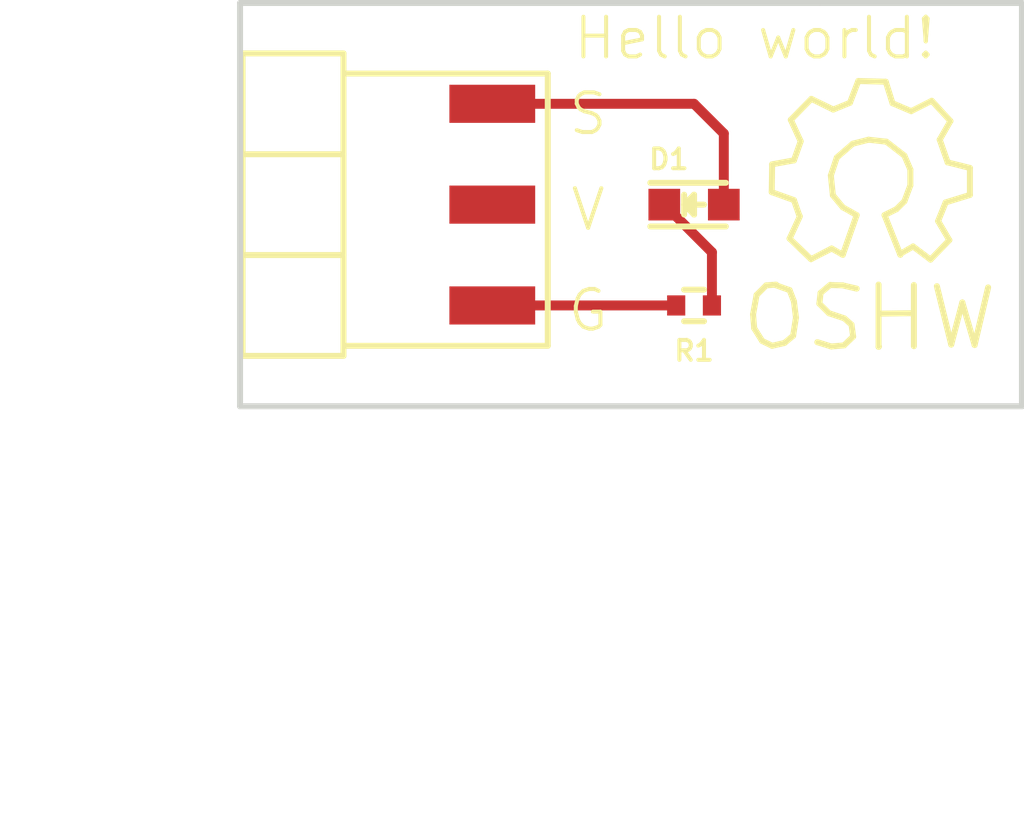
<source format=kicad_pcb>
(kicad_pcb (version 4) (host pcbnew 4.0.2+e4-6225~38~ubuntu16.04.1-stable)

  (general
    (links 3)
    (no_connects 0)
    (area 102.794999 79.299999 122.630001 89.610001)
    (thickness 1.6)
    (drawings 10)
    (tracks 6)
    (zones 0)
    (modules 5)
    (nets 5)
  )

  (page A4)
  (title_block
    (title Test-led)
    (date 2016-06-24)
    (company "Obijuan academy")
    (comment 1 "Hello world board")
  )

  (layers
    (0 F.Cu signal)
    (31 B.Cu signal)
    (32 B.Adhes user)
    (33 F.Adhes user)
    (34 B.Paste user)
    (35 F.Paste user)
    (36 B.SilkS user)
    (37 F.SilkS user)
    (38 B.Mask user)
    (39 F.Mask user)
    (40 Dwgs.User user)
    (41 Cmts.User user)
    (42 Eco1.User user)
    (43 Eco2.User user)
    (44 Edge.Cuts user)
    (45 Margin user)
    (46 B.CrtYd user)
    (47 F.CrtYd user)
    (48 B.Fab user)
    (49 F.Fab user)
  )

  (setup
    (last_trace_width 0.25)
    (trace_clearance 0.25)
    (zone_clearance 0.508)
    (zone_45_only no)
    (trace_min 0.25)
    (segment_width 0.2)
    (edge_width 0.15)
    (via_size 0.6)
    (via_drill 0.4)
    (via_min_size 0.4)
    (via_min_drill 0.3)
    (uvia_size 0.3)
    (uvia_drill 0.1)
    (uvias_allowed no)
    (uvia_min_size 0.2)
    (uvia_min_drill 0.1)
    (pcb_text_width 0.3)
    (pcb_text_size 1.5 1.5)
    (mod_edge_width 0.15)
    (mod_text_size 1 1)
    (mod_text_width 0.15)
    (pad_size 1.524 1.524)
    (pad_drill 0.762)
    (pad_to_mask_clearance 0.2)
    (aux_axis_origin 0 0)
    (visible_elements FFFFFF7F)
    (pcbplotparams
      (layerselection 0x00030_80000001)
      (usegerberextensions false)
      (excludeedgelayer true)
      (linewidth 0.100000)
      (plotframeref false)
      (viasonmask false)
      (mode 1)
      (useauxorigin false)
      (hpglpennumber 1)
      (hpglpenspeed 20)
      (hpglpendiameter 15)
      (hpglpenoverlay 2)
      (psnegative false)
      (psa4output false)
      (plotreference true)
      (plotvalue true)
      (plotinvisibletext false)
      (padsonsilk false)
      (subtractmaskfromsilk false)
      (outputformat 1)
      (mirror false)
      (drillshape 1)
      (scaleselection 1)
      (outputdirectory ""))
  )

  (net 0 "")
  (net 1 "Net-(D1-PadK)")
  (net 2 GNDREF)
  (net 3 "Net-(D1-PadA)")
  (net 4 +5V)

  (net_class Default "This is the default net class."
    (clearance 0.25)
    (trace_width 0.25)
    (via_dia 0.6)
    (via_drill 0.4)
    (uvia_dia 0.3)
    (uvia_drill 0.1)
    (add_net +5V)
    (add_net GNDREF)
    (add_net "Net-(D1-PadA)")
    (add_net "Net-(D1-PadK)")
  )

  (module test-led:R_0402 (layer F.Cu) (tedit 576CFD6C) (tstamp 576CF322)
    (at 114.3 86.995 180)
    (descr "Resistor SMD 0402, reflow soldering, Vishay (see dcrcw.pdf)")
    (tags "resistor 0402")
    (path /576CFCB1)
    (attr smd)
    (fp_text reference R1 (at 0 -1.143 180) (layer F.SilkS)
      (effects (font (size 0.5 0.5) (thickness 0.1)))
    )
    (fp_text value 220R (at 0 1.016 180) (layer Eco2.User) hide
      (effects (font (size 0.5 0.5) (thickness 0.04)))
    )
    (fp_line (start 0.8382 0.5588) (end 0.8382 -0.5842) (layer F.CrtYd) (width 0.05))
    (fp_line (start -0.8382 0.5588) (end 0.8382 0.5588) (layer F.CrtYd) (width 0.05))
    (fp_line (start -0.8382 -0.5842) (end -0.8382 0.5588) (layer F.CrtYd) (width 0.05))
    (fp_line (start -0.8382 -0.5842) (end 0.8382 -0.5842) (layer F.CrtYd) (width 0.05))
    (fp_line (start 0.25 -0.398) (end -0.25 -0.398) (layer F.SilkS) (width 0.15))
    (fp_line (start -0.25 0.398) (end 0.25 0.398) (layer F.SilkS) (width 0.15))
    (pad 1 smd rect (at -0.45 0 180) (size 0.4572 0.508) (layers F.Cu F.Paste F.Mask)
      (net 1 "Net-(D1-PadK)"))
    (pad 2 smd rect (at 0.45 0 180) (size 0.4572 0.508) (layers F.Cu F.Paste F.Mask)
      (net 2 GNDREF))
    (model ${KIPRJMOD}/packages3d/R_0402.wrl
      (at (xyz 0 0 0))
      (scale (xyz 0.41 0.41 0.41))
      (rotate (xyz 0 0 0))
    )
  )

  (module Icezum:LED_0603 (layer F.Cu) (tedit 576CFD7E) (tstamp 576CFB60)
    (at 114.3 84.455)
    (descr "LED 0603 smd package")
    (tags "LED led 0603 SMD smd SMT smt smdled SMDLED smtled SMTLED")
    (path /576CF67A)
    (attr smd)
    (fp_text reference D1 (at -0.635 -1.143) (layer F.SilkS)
      (effects (font (size 0.5 0.5) (thickness 0.1)))
    )
    (fp_text value LED (at 0 1.143) (layer Eco2.User) hide
      (effects (font (size 0.5 0.5) (thickness 0.04)))
    )
    (fp_line (start -1.1 0.55) (end 0.8 0.55) (layer F.SilkS) (width 0.15))
    (fp_line (start -1.1 -0.55) (end 0.8 -0.55) (layer F.SilkS) (width 0.15))
    (fp_line (start -0.2 0) (end 0.25 0) (layer F.SilkS) (width 0.15))
    (fp_line (start -0.25 -0.25) (end -0.25 0.25) (layer F.SilkS) (width 0.15))
    (fp_line (start -0.25 0) (end 0 -0.25) (layer F.SilkS) (width 0.15))
    (fp_line (start 0 -0.25) (end 0 0.25) (layer F.SilkS) (width 0.15))
    (fp_line (start 0 0.25) (end -0.25 0) (layer F.SilkS) (width 0.15))
    (fp_line (start 1.4 -0.75) (end 1.4 0.75) (layer F.CrtYd) (width 0.05))
    (fp_line (start 1.4 0.75) (end -1.4 0.75) (layer F.CrtYd) (width 0.05))
    (fp_line (start -1.4 0.75) (end -1.4 -0.75) (layer F.CrtYd) (width 0.05))
    (fp_line (start -1.4 -0.75) (end 1.4 -0.75) (layer F.CrtYd) (width 0.05))
    (pad A smd rect (at 0.7493 0 180) (size 0.79756 0.79756) (layers F.Cu F.Paste F.Mask)
      (net 3 "Net-(D1-PadA)"))
    (pad K smd rect (at -0.7493 0 180) (size 0.79756 0.79756) (layers F.Cu F.Paste F.Mask)
      (net 1 "Net-(D1-PadK)"))
    (model ${KIPRJMOD}/packages3d/myled.wrl
      (at (xyz 0 0 0))
      (scale (xyz 0.3937 0.3937 0.3937))
      (rotate (xyz 0 0 0))
    )
  )

  (module test-led:1x3-pin-header-smd-right-angle (layer F.Cu) (tedit 576CFD33) (tstamp 576D0704)
    (at 109.22 84.455)
    (path /576CF4AB)
    (fp_text reference J1 (at -2.794 -0.127) (layer Eco2.User)
      (effects (font (size 0.5 0.5) (thickness 0.04)))
    )
    (fp_text value 1x3_male_pin_Header_2.54mm (at 0.127 5.715) (layer F.Fab) hide
      (effects (font (size 0.5 0.5) (thickness 0.04)))
    )
    (fp_line (start -3.7465 3.556) (end 1.397 3.556) (layer F.SilkS) (width 0.15))
    (fp_line (start -3.7465 -3.302) (end 1.397 -3.302) (layer F.SilkS) (width 0.15))
    (fp_line (start -6.35 -4.064) (end 1.524 -4.064) (layer F.CrtYd) (width 0.15))
    (fp_line (start 1.524 -4.064) (end 1.524 4.064) (layer F.CrtYd) (width 0.15))
    (fp_line (start 1.524 4.064) (end -6.35 4.064) (layer F.CrtYd) (width 0.15))
    (fp_line (start -6.35 4.064) (end -6.35 -4.064) (layer F.CrtYd) (width 0.15))
    (fp_line (start -12.319 2.286) (end -12.319 2.921) (layer F.CrtYd) (width 0.15))
    (fp_line (start -12.319 2.286) (end -12.319 2.921) (layer F.CrtYd) (width 0.15))
    (fp_line (start -12.319 2.921) (end -6.2865 2.921) (layer F.CrtYd) (width 0.15))
    (fp_line (start -12.319 2.286) (end -12.319 2.921) (layer F.CrtYd) (width 0.15))
    (fp_line (start -6.2865 2.286) (end -12.319 2.286) (layer F.CrtYd) (width 0.15))
    (fp_line (start -6.2865 2.921) (end -6.2865 2.286) (layer F.CrtYd) (width 0.15))
    (fp_line (start -6.2865 2.921) (end -6.2865 2.286) (layer F.CrtYd) (width 0.15))
    (fp_line (start -6.2865 2.286) (end -12.319 2.286) (layer F.CrtYd) (width 0.15))
    (fp_line (start -12.319 2.286) (end -12.319 2.921) (layer F.CrtYd) (width 0.15))
    (fp_line (start -12.319 2.921) (end -6.2865 2.921) (layer F.CrtYd) (width 0.15))
    (fp_line (start -12.319 0.381) (end -6.2865 0.381) (layer F.CrtYd) (width 0.15))
    (fp_line (start -12.319 -0.254) (end -12.319 0.381) (layer F.CrtYd) (width 0.15))
    (fp_line (start -6.2865 -0.254) (end -12.319 -0.254) (layer F.CrtYd) (width 0.15))
    (fp_line (start -6.2865 0.381) (end -6.2865 -0.254) (layer F.CrtYd) (width 0.15))
    (fp_line (start -6.2865 0.381) (end -6.2865 -0.254) (layer F.CrtYd) (width 0.15))
    (fp_line (start -6.2865 -0.254) (end -12.319 -0.254) (layer F.CrtYd) (width 0.15))
    (fp_line (start -12.319 -0.254) (end -12.319 0.381) (layer F.CrtYd) (width 0.15))
    (fp_line (start -12.319 0.381) (end -6.2865 0.381) (layer F.CrtYd) (width 0.15))
    (fp_line (start -12.319 -0.254) (end -12.319 0.381) (layer F.CrtYd) (width 0.15))
    (fp_line (start -12.319 -0.254) (end -12.319 0.381) (layer F.CrtYd) (width 0.15))
    (fp_line (start -12.319 -2.921) (end -12.319 -2.286) (layer F.CrtYd) (width 0.15))
    (fp_line (start -12.319 -2.921) (end -12.319 -2.286) (layer F.CrtYd) (width 0.15))
    (fp_line (start -12.319 -2.286) (end -6.2865 -2.286) (layer F.CrtYd) (width 0.15))
    (fp_line (start -12.319 -2.921) (end -12.319 -2.286) (layer F.CrtYd) (width 0.15))
    (fp_line (start -6.2865 -2.921) (end -12.319 -2.921) (layer F.CrtYd) (width 0.15))
    (fp_line (start -6.2865 -2.286) (end -6.2865 -2.921) (layer F.CrtYd) (width 0.15))
    (fp_line (start 1.397 -3.302) (end 1.397 3.556) (layer F.SilkS) (width 0.15))
    (fp_line (start -6.2865 -2.286) (end -6.2865 -2.921) (layer F.CrtYd) (width 0.15))
    (fp_line (start -6.2865 -2.921) (end -12.319 -2.921) (layer F.CrtYd) (width 0.15))
    (fp_line (start -12.319 -2.921) (end -12.319 -2.286) (layer F.CrtYd) (width 0.15))
    (fp_line (start -12.319 -2.286) (end -6.2865 -2.286) (layer F.CrtYd) (width 0.15))
    (fp_line (start -6.2865 -1.27) (end -3.7465 -1.27) (layer F.SilkS) (width 0.15))
    (fp_line (start -6.2865 1.27) (end -3.7465 1.27) (layer F.SilkS) (width 0.15))
    (fp_line (start -3.7465 -3.81) (end -3.7465 3.81) (layer F.SilkS) (width 0.15))
    (fp_line (start -3.7465 3.81) (end -6.2865 3.81) (layer F.SilkS) (width 0.15))
    (fp_line (start -6.2865 3.81) (end -6.2865 -3.81) (layer F.SilkS) (width 0.15))
    (fp_line (start -3.7465 -3.81) (end -6.2865 -3.81) (layer F.SilkS) (width 0.15))
    (pad 1 smd rect (at 0 2.54) (size 2.16 0.96) (layers F.Cu F.Paste F.Mask)
      (net 2 GNDREF))
    (pad 3 smd rect (at 0 -2.54) (size 2.16 0.96) (layers F.Cu F.Paste F.Mask)
      (net 3 "Net-(D1-PadA)"))
    (pad 2 smd rect (at 0 0) (size 2.16 0.96) (layers F.Cu F.Paste F.Mask)
      (net 4 +5V))
  )

  (module test-led:Symbol_OSHW-Logo_SilkScreen (layer F.Cu) (tedit 576CFE7B) (tstamp 576D0DFE)
    (at 118.745 83.82)
    (descr "Symbol, OSHW-Logo, Silk Screen,")
    (tags "Symbol, OSHW-Logo, Silk Screen,")
    (fp_text reference REF** (at 0.09906 -4.38912) (layer F.SilkS) hide
      (effects (font (size 1 1) (thickness 0.15)))
    )
    (fp_text value Symbol_OSHW-Logo_SilkScreen (at 0.30988 6.56082) (layer Eco2.User) hide
      (effects (font (size 0.5 0.5) (thickness 0.04)))
    )
    (fp_line (start 1.66878 2.68986) (end 2.02946 4.16052) (layer F.SilkS) (width 0.15))
    (fp_line (start 2.02946 4.16052) (end 2.30886 3.0988) (layer F.SilkS) (width 0.15))
    (fp_line (start 2.30886 3.0988) (end 2.61874 4.17068) (layer F.SilkS) (width 0.15))
    (fp_line (start 2.61874 4.17068) (end 2.9591 2.72034) (layer F.SilkS) (width 0.15))
    (fp_line (start 0.24892 3.38074) (end 1.03886 3.37058) (layer F.SilkS) (width 0.15))
    (fp_line (start 1.03886 3.37058) (end 1.04902 3.38074) (layer F.SilkS) (width 0.15))
    (fp_line (start 1.04902 3.38074) (end 1.04902 3.37058) (layer F.SilkS) (width 0.15))
    (fp_line (start 1.08966 2.65938) (end 1.08966 4.20116) (layer F.SilkS) (width 0.15))
    (fp_line (start 0.20066 2.64922) (end 0.20066 4.21894) (layer F.SilkS) (width 0.15))
    (fp_line (start 0.20066 4.21894) (end 0.21082 4.20878) (layer F.SilkS) (width 0.15))
    (fp_line (start -0.35052 2.75082) (end -0.70104 2.66954) (layer F.SilkS) (width 0.15))
    (fp_line (start -0.70104 2.66954) (end -1.02108 2.65938) (layer F.SilkS) (width 0.15))
    (fp_line (start -1.02108 2.65938) (end -1.25984 2.86004) (layer F.SilkS) (width 0.15))
    (fp_line (start -1.25984 2.86004) (end -1.29032 3.12928) (layer F.SilkS) (width 0.15))
    (fp_line (start -1.29032 3.12928) (end -1.04902 3.37058) (layer F.SilkS) (width 0.15))
    (fp_line (start -1.04902 3.37058) (end -0.6604 3.50012) (layer F.SilkS) (width 0.15))
    (fp_line (start -0.6604 3.50012) (end -0.48006 3.66014) (layer F.SilkS) (width 0.15))
    (fp_line (start -0.48006 3.66014) (end -0.43942 3.95986) (layer F.SilkS) (width 0.15))
    (fp_line (start -0.43942 3.95986) (end -0.67056 4.18084) (layer F.SilkS) (width 0.15))
    (fp_line (start -0.67056 4.18084) (end -0.9906 4.20878) (layer F.SilkS) (width 0.15))
    (fp_line (start -0.9906 4.20878) (end -1.34112 4.09956) (layer F.SilkS) (width 0.15))
    (fp_line (start -2.37998 2.64922) (end -2.6289 2.66954) (layer F.SilkS) (width 0.15))
    (fp_line (start -2.6289 2.66954) (end -2.8702 2.91084) (layer F.SilkS) (width 0.15))
    (fp_line (start -2.8702 2.91084) (end -2.9591 3.40106) (layer F.SilkS) (width 0.15))
    (fp_line (start -2.9591 3.40106) (end -2.93116 3.74904) (layer F.SilkS) (width 0.15))
    (fp_line (start -2.93116 3.74904) (end -2.7305 4.06908) (layer F.SilkS) (width 0.15))
    (fp_line (start -2.7305 4.06908) (end -2.47904 4.191) (layer F.SilkS) (width 0.15))
    (fp_line (start -2.47904 4.191) (end -2.16916 4.11988) (layer F.SilkS) (width 0.15))
    (fp_line (start -2.16916 4.11988) (end -1.95072 3.93954) (layer F.SilkS) (width 0.15))
    (fp_line (start -1.95072 3.93954) (end -1.8796 3.4798) (layer F.SilkS) (width 0.15))
    (fp_line (start -1.8796 3.4798) (end -1.9304 3.07086) (layer F.SilkS) (width 0.15))
    (fp_line (start -1.9304 3.07086) (end -2.03962 2.78892) (layer F.SilkS) (width 0.15))
    (fp_line (start -2.03962 2.78892) (end -2.4003 2.65938) (layer F.SilkS) (width 0.15))
    (fp_line (start -1.78054 0.92964) (end -2.03962 1.49098) (layer F.SilkS) (width 0.15))
    (fp_line (start -2.03962 1.49098) (end -1.50114 2.00914) (layer F.SilkS) (width 0.15))
    (fp_line (start -1.50114 2.00914) (end -0.98044 1.7399) (layer F.SilkS) (width 0.15))
    (fp_line (start -0.98044 1.7399) (end -0.70104 1.89992) (layer F.SilkS) (width 0.15))
    (fp_line (start 0.73914 1.8796) (end 1.06934 1.6891) (layer F.SilkS) (width 0.15))
    (fp_line (start 1.06934 1.6891) (end 1.50876 2.0193) (layer F.SilkS) (width 0.15))
    (fp_line (start 1.50876 2.0193) (end 1.9812 1.52908) (layer F.SilkS) (width 0.15))
    (fp_line (start 1.9812 1.52908) (end 1.69926 1.04902) (layer F.SilkS) (width 0.15))
    (fp_line (start 1.69926 1.04902) (end 1.88976 0.57912) (layer F.SilkS) (width 0.15))
    (fp_line (start 1.88976 0.57912) (end 2.49936 0.39116) (layer F.SilkS) (width 0.15))
    (fp_line (start 2.49936 0.39116) (end 2.49936 -0.28956) (layer F.SilkS) (width 0.15))
    (fp_line (start 2.49936 -0.28956) (end 1.94056 -0.42926) (layer F.SilkS) (width 0.15))
    (fp_line (start 1.94056 -0.42926) (end 1.7399 -1.00076) (layer F.SilkS) (width 0.15))
    (fp_line (start 1.7399 -1.00076) (end 2.00914 -1.47066) (layer F.SilkS) (width 0.15))
    (fp_line (start 2.00914 -1.47066) (end 1.53924 -1.9812) (layer F.SilkS) (width 0.15))
    (fp_line (start 1.53924 -1.9812) (end 1.02108 -1.71958) (layer F.SilkS) (width 0.15))
    (fp_line (start 1.02108 -1.71958) (end 0.55118 -1.92024) (layer F.SilkS) (width 0.15))
    (fp_line (start 0.55118 -1.92024) (end 0.381 -2.46126) (layer F.SilkS) (width 0.15))
    (fp_line (start 0.381 -2.46126) (end -0.30988 -2.47904) (layer F.SilkS) (width 0.15))
    (fp_line (start -0.30988 -2.47904) (end -0.5207 -1.9304) (layer F.SilkS) (width 0.15))
    (fp_line (start -0.5207 -1.9304) (end -0.9398 -1.76022) (layer F.SilkS) (width 0.15))
    (fp_line (start -0.9398 -1.76022) (end -1.49098 -2.02946) (layer F.SilkS) (width 0.15))
    (fp_line (start -1.49098 -2.02946) (end -2.00914 -1.50114) (layer F.SilkS) (width 0.15))
    (fp_line (start -2.00914 -1.50114) (end -1.76022 -0.96012) (layer F.SilkS) (width 0.15))
    (fp_line (start -1.76022 -0.96012) (end -1.9304 -0.48006) (layer F.SilkS) (width 0.15))
    (fp_line (start -1.9304 -0.48006) (end -2.47904 -0.381) (layer F.SilkS) (width 0.15))
    (fp_line (start -2.47904 -0.381) (end -2.4892 0.32004) (layer F.SilkS) (width 0.15))
    (fp_line (start -2.4892 0.32004) (end -1.9304 0.5207) (layer F.SilkS) (width 0.15))
    (fp_line (start -1.9304 0.5207) (end -1.7907 0.91948) (layer F.SilkS) (width 0.15))
    (fp_line (start 0.35052 0.89916) (end 0.65024 0.7493) (layer F.SilkS) (width 0.15))
    (fp_line (start 0.65024 0.7493) (end 0.8509 0.55118) (layer F.SilkS) (width 0.15))
    (fp_line (start 0.8509 0.55118) (end 1.00076 0.14986) (layer F.SilkS) (width 0.15))
    (fp_line (start 1.00076 0.14986) (end 1.00076 -0.24892) (layer F.SilkS) (width 0.15))
    (fp_line (start 1.00076 -0.24892) (end 0.8509 -0.59944) (layer F.SilkS) (width 0.15))
    (fp_line (start 0.8509 -0.59944) (end 0.39878 -0.94996) (layer F.SilkS) (width 0.15))
    (fp_line (start 0.39878 -0.94996) (end -0.0508 -1.00076) (layer F.SilkS) (width 0.15))
    (fp_line (start -0.0508 -1.00076) (end -0.44958 -0.89916) (layer F.SilkS) (width 0.15))
    (fp_line (start -0.44958 -0.89916) (end -0.8509 -0.55118) (layer F.SilkS) (width 0.15))
    (fp_line (start -0.8509 -0.55118) (end -1.00076 -0.09906) (layer F.SilkS) (width 0.15))
    (fp_line (start -1.00076 -0.09906) (end -0.94996 0.39878) (layer F.SilkS) (width 0.15))
    (fp_line (start -0.94996 0.39878) (end -0.70104 0.70104) (layer F.SilkS) (width 0.15))
    (fp_line (start -0.70104 0.70104) (end -0.35052 0.89916) (layer F.SilkS) (width 0.15))
    (fp_line (start -0.35052 0.89916) (end -0.70104 1.89992) (layer F.SilkS) (width 0.15))
    (fp_line (start 0.35052 0.89916) (end 0.7493 1.89992) (layer F.SilkS) (width 0.15))
  )

  (module test-led:None (layer F.Cu) (tedit 576C3161) (tstamp 576D194F)
    (at 112.7125 99.610001)
    (descr "Microsemi LSM115J")
    (tags "DO-214BA diode")
    (path /576CFDCD)
    (attr smd)
    (fp_text reference DOC1 (at 0.127 -0.381) (layer Eco2.User) hide
      (effects (font (size 0.5 0.5) (thickness 0.04)))
    )
    (fp_text value 1x3_pin_male_header_v_DOC (at 0 0.381) (layer Eco2.User) hide
      (effects (font (size 0.5 0.5) (thickness 0.04)))
    )
  )

  (gr_line (start 117.475 89.535) (end 122.555 89.535) (angle 90) (layer Edge.Cuts) (width 0.15))
  (gr_line (start 117.475 79.375) (end 122.555 79.375) (angle 90) (layer Edge.Cuts) (width 0.15))
  (gr_text "Hello world!" (at 115.824 80.264) (layer F.SilkS)
    (effects (font (size 1 1) (thickness 0.1)))
  )
  (gr_text S (at 111.633 82.169) (layer F.SilkS)
    (effects (font (size 1 1) (thickness 0.1)))
  )
  (gr_text V (at 111.633 84.582) (layer F.SilkS)
    (effects (font (size 1 1) (thickness 0.1)))
  )
  (gr_text G (at 111.633 87.122) (layer F.SilkS)
    (effects (font (size 1 1) (thickness 0.1)))
  )
  (gr_line (start 117.475 89.535) (end 102.87 89.535) (angle 90) (layer Edge.Cuts) (width 0.15))
  (gr_line (start 102.87 79.375) (end 117.475 79.375) (angle 90) (layer Edge.Cuts) (width 0.15))
  (gr_line (start 122.555 79.375) (end 122.555 89.535) (angle 90) (layer Edge.Cuts) (width 0.15))
  (gr_line (start 102.87 89.535) (end 102.87 79.375) (angle 90) (layer Edge.Cuts) (width 0.15))

  (segment (start 114.75 86.995) (end 114.75 85.6543) (width 0.25) (layer F.Cu) (net 1))
  (segment (start 114.75 85.6543) (end 113.5507 84.455) (width 0.25) (layer F.Cu) (net 1) (tstamp 576D08B2))
  (segment (start 109.22 86.995) (end 113.85 86.995) (width 0.25) (layer F.Cu) (net 2))
  (segment (start 115.0493 84.455) (end 115.0493 82.6643) (width 0.25) (layer F.Cu) (net 3))
  (segment (start 114.3 81.915) (end 109.22 81.915) (width 0.25) (layer F.Cu) (net 3) (tstamp 576D0881))
  (segment (start 115.0493 82.6643) (end 114.3 81.915) (width 0.25) (layer F.Cu) (net 3) (tstamp 576D0880))

)

</source>
